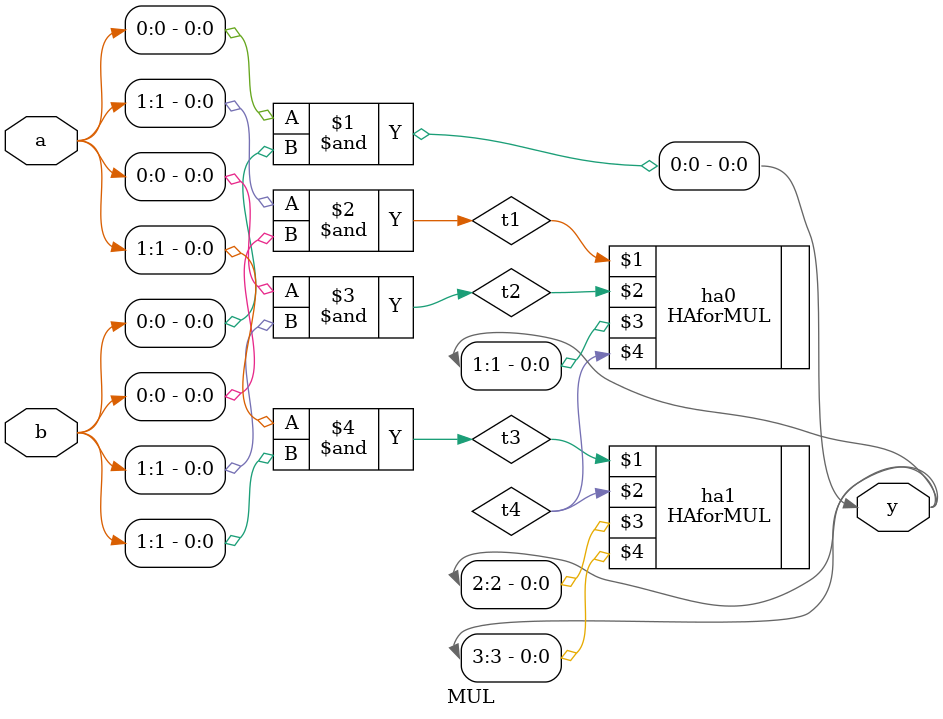
<source format=v>
module MUL(a,b,y);
  input [1:0]a, b;
  output [3:0] y;
  wire t1, t2, t3, t4;
  and a1(y[0],a[0],b[0]);
  and a2(t1,a[1],b[0]);
  and a3(t2,a[0],b[1]);
  and a4(t3,a[1],b[1]);
  HAforMUL ha0(t1,t2,y[1],t4);
  HAforMUL ha1(t3,t4,y[2],y[3]);
endmodule

</source>
